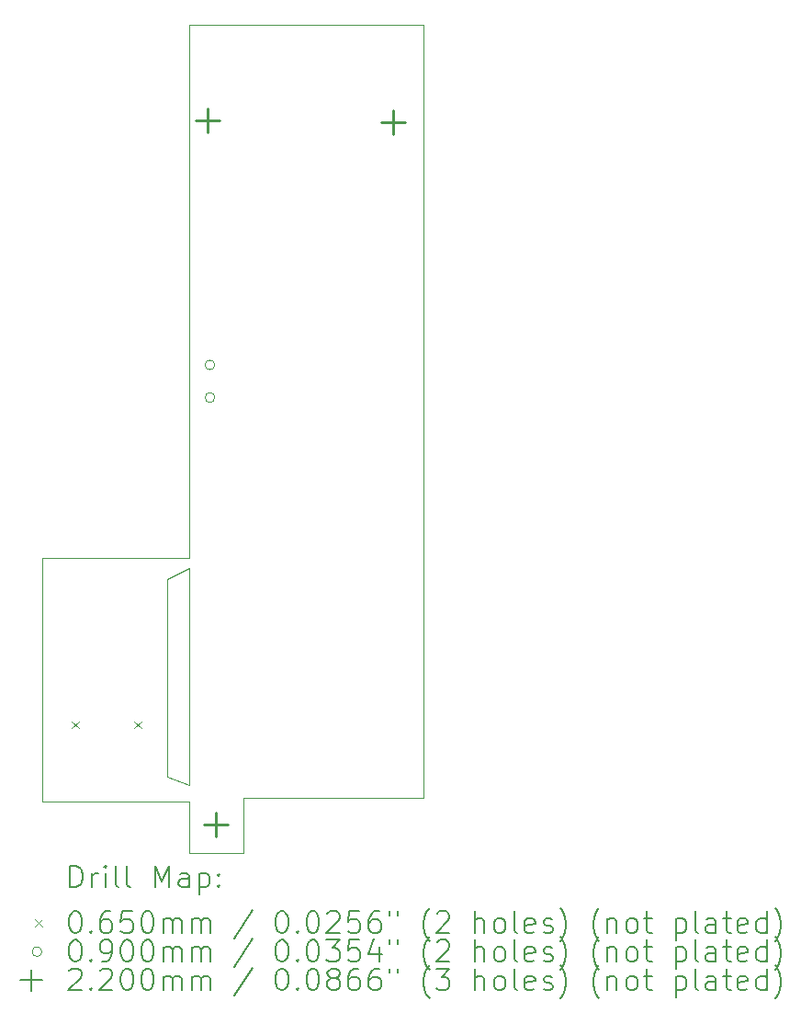
<source format=gbr>
%TF.GenerationSoftware,KiCad,Pcbnew,8.0.8*%
%TF.CreationDate,2025-05-28T20:16:58-04:00*%
%TF.ProjectId,Tiny4FSK,54696e79-3446-4534-9b2e-6b696361645f,rev?*%
%TF.SameCoordinates,Original*%
%TF.FileFunction,Drillmap*%
%TF.FilePolarity,Positive*%
%FSLAX45Y45*%
G04 Gerber Fmt 4.5, Leading zero omitted, Abs format (unit mm)*
G04 Created by KiCad (PCBNEW 8.0.8) date 2025-05-28 20:16:58*
%MOMM*%
%LPD*%
G01*
G04 APERTURE LIST*
%ADD10C,0.100000*%
%ADD11C,0.200000*%
%ADD12C,0.220000*%
G04 APERTURE END LIST*
D10*
X14025000Y-10695000D02*
X13825000Y-10620000D01*
X13825000Y-8800000D01*
X14025000Y-8700000D01*
X14025000Y-10695000D01*
X16185000Y-10810000D02*
X14525000Y-10810000D01*
X14525000Y-10920000D01*
X14525000Y-11320000D01*
X14030000Y-11320000D01*
X14030000Y-10845000D01*
X12675000Y-10845000D01*
X12675000Y-8601426D01*
X14030000Y-8601426D01*
X14030000Y-3690000D01*
X16185000Y-3690000D01*
X16185000Y-10810000D01*
D11*
D10*
X12946178Y-10108014D02*
X13011178Y-10173014D01*
X13011178Y-10108014D02*
X12946178Y-10173014D01*
X13524178Y-10108014D02*
X13589178Y-10173014D01*
X13589178Y-10108014D02*
X13524178Y-10173014D01*
X14263922Y-6825008D02*
G75*
G02*
X14173922Y-6825008I-45000J0D01*
G01*
X14173922Y-6825008D02*
G75*
G02*
X14263922Y-6825008I45000J0D01*
G01*
X14263922Y-7125008D02*
G75*
G02*
X14173922Y-7125008I-45000J0D01*
G01*
X14173922Y-7125008D02*
G75*
G02*
X14263922Y-7125008I45000J0D01*
G01*
D12*
X14200000Y-4465000D02*
X14200000Y-4685000D01*
X14090000Y-4575000D02*
X14310000Y-4575000D01*
X14274030Y-10947656D02*
X14274030Y-11167656D01*
X14164030Y-11057656D02*
X14384030Y-11057656D01*
X15911000Y-4483000D02*
X15911000Y-4703000D01*
X15801000Y-4593000D02*
X16021000Y-4593000D01*
D11*
X12930777Y-11636484D02*
X12930777Y-11436484D01*
X12930777Y-11436484D02*
X12978396Y-11436484D01*
X12978396Y-11436484D02*
X13006967Y-11446008D01*
X13006967Y-11446008D02*
X13026015Y-11465055D01*
X13026015Y-11465055D02*
X13035539Y-11484103D01*
X13035539Y-11484103D02*
X13045062Y-11522198D01*
X13045062Y-11522198D02*
X13045062Y-11550769D01*
X13045062Y-11550769D02*
X13035539Y-11588865D01*
X13035539Y-11588865D02*
X13026015Y-11607912D01*
X13026015Y-11607912D02*
X13006967Y-11626960D01*
X13006967Y-11626960D02*
X12978396Y-11636484D01*
X12978396Y-11636484D02*
X12930777Y-11636484D01*
X13130777Y-11636484D02*
X13130777Y-11503150D01*
X13130777Y-11541246D02*
X13140301Y-11522198D01*
X13140301Y-11522198D02*
X13149824Y-11512674D01*
X13149824Y-11512674D02*
X13168872Y-11503150D01*
X13168872Y-11503150D02*
X13187920Y-11503150D01*
X13254586Y-11636484D02*
X13254586Y-11503150D01*
X13254586Y-11436484D02*
X13245062Y-11446008D01*
X13245062Y-11446008D02*
X13254586Y-11455531D01*
X13254586Y-11455531D02*
X13264110Y-11446008D01*
X13264110Y-11446008D02*
X13254586Y-11436484D01*
X13254586Y-11436484D02*
X13254586Y-11455531D01*
X13378396Y-11636484D02*
X13359348Y-11626960D01*
X13359348Y-11626960D02*
X13349824Y-11607912D01*
X13349824Y-11607912D02*
X13349824Y-11436484D01*
X13483158Y-11636484D02*
X13464110Y-11626960D01*
X13464110Y-11626960D02*
X13454586Y-11607912D01*
X13454586Y-11607912D02*
X13454586Y-11436484D01*
X13711729Y-11636484D02*
X13711729Y-11436484D01*
X13711729Y-11436484D02*
X13778396Y-11579341D01*
X13778396Y-11579341D02*
X13845062Y-11436484D01*
X13845062Y-11436484D02*
X13845062Y-11636484D01*
X14026015Y-11636484D02*
X14026015Y-11531722D01*
X14026015Y-11531722D02*
X14016491Y-11512674D01*
X14016491Y-11512674D02*
X13997443Y-11503150D01*
X13997443Y-11503150D02*
X13959348Y-11503150D01*
X13959348Y-11503150D02*
X13940301Y-11512674D01*
X14026015Y-11626960D02*
X14006967Y-11636484D01*
X14006967Y-11636484D02*
X13959348Y-11636484D01*
X13959348Y-11636484D02*
X13940301Y-11626960D01*
X13940301Y-11626960D02*
X13930777Y-11607912D01*
X13930777Y-11607912D02*
X13930777Y-11588865D01*
X13930777Y-11588865D02*
X13940301Y-11569817D01*
X13940301Y-11569817D02*
X13959348Y-11560293D01*
X13959348Y-11560293D02*
X14006967Y-11560293D01*
X14006967Y-11560293D02*
X14026015Y-11550769D01*
X14121253Y-11503150D02*
X14121253Y-11703150D01*
X14121253Y-11512674D02*
X14140301Y-11503150D01*
X14140301Y-11503150D02*
X14178396Y-11503150D01*
X14178396Y-11503150D02*
X14197443Y-11512674D01*
X14197443Y-11512674D02*
X14206967Y-11522198D01*
X14206967Y-11522198D02*
X14216491Y-11541246D01*
X14216491Y-11541246D02*
X14216491Y-11598388D01*
X14216491Y-11598388D02*
X14206967Y-11617436D01*
X14206967Y-11617436D02*
X14197443Y-11626960D01*
X14197443Y-11626960D02*
X14178396Y-11636484D01*
X14178396Y-11636484D02*
X14140301Y-11636484D01*
X14140301Y-11636484D02*
X14121253Y-11626960D01*
X14302205Y-11617436D02*
X14311729Y-11626960D01*
X14311729Y-11626960D02*
X14302205Y-11636484D01*
X14302205Y-11636484D02*
X14292682Y-11626960D01*
X14292682Y-11626960D02*
X14302205Y-11617436D01*
X14302205Y-11617436D02*
X14302205Y-11636484D01*
X14302205Y-11512674D02*
X14311729Y-11522198D01*
X14311729Y-11522198D02*
X14302205Y-11531722D01*
X14302205Y-11531722D02*
X14292682Y-11522198D01*
X14292682Y-11522198D02*
X14302205Y-11512674D01*
X14302205Y-11512674D02*
X14302205Y-11531722D01*
D10*
X12605000Y-11932500D02*
X12670000Y-11997500D01*
X12670000Y-11932500D02*
X12605000Y-11997500D01*
D11*
X12968872Y-11856484D02*
X12987920Y-11856484D01*
X12987920Y-11856484D02*
X13006967Y-11866008D01*
X13006967Y-11866008D02*
X13016491Y-11875531D01*
X13016491Y-11875531D02*
X13026015Y-11894579D01*
X13026015Y-11894579D02*
X13035539Y-11932674D01*
X13035539Y-11932674D02*
X13035539Y-11980293D01*
X13035539Y-11980293D02*
X13026015Y-12018388D01*
X13026015Y-12018388D02*
X13016491Y-12037436D01*
X13016491Y-12037436D02*
X13006967Y-12046960D01*
X13006967Y-12046960D02*
X12987920Y-12056484D01*
X12987920Y-12056484D02*
X12968872Y-12056484D01*
X12968872Y-12056484D02*
X12949824Y-12046960D01*
X12949824Y-12046960D02*
X12940301Y-12037436D01*
X12940301Y-12037436D02*
X12930777Y-12018388D01*
X12930777Y-12018388D02*
X12921253Y-11980293D01*
X12921253Y-11980293D02*
X12921253Y-11932674D01*
X12921253Y-11932674D02*
X12930777Y-11894579D01*
X12930777Y-11894579D02*
X12940301Y-11875531D01*
X12940301Y-11875531D02*
X12949824Y-11866008D01*
X12949824Y-11866008D02*
X12968872Y-11856484D01*
X13121253Y-12037436D02*
X13130777Y-12046960D01*
X13130777Y-12046960D02*
X13121253Y-12056484D01*
X13121253Y-12056484D02*
X13111729Y-12046960D01*
X13111729Y-12046960D02*
X13121253Y-12037436D01*
X13121253Y-12037436D02*
X13121253Y-12056484D01*
X13302205Y-11856484D02*
X13264110Y-11856484D01*
X13264110Y-11856484D02*
X13245062Y-11866008D01*
X13245062Y-11866008D02*
X13235539Y-11875531D01*
X13235539Y-11875531D02*
X13216491Y-11904103D01*
X13216491Y-11904103D02*
X13206967Y-11942198D01*
X13206967Y-11942198D02*
X13206967Y-12018388D01*
X13206967Y-12018388D02*
X13216491Y-12037436D01*
X13216491Y-12037436D02*
X13226015Y-12046960D01*
X13226015Y-12046960D02*
X13245062Y-12056484D01*
X13245062Y-12056484D02*
X13283158Y-12056484D01*
X13283158Y-12056484D02*
X13302205Y-12046960D01*
X13302205Y-12046960D02*
X13311729Y-12037436D01*
X13311729Y-12037436D02*
X13321253Y-12018388D01*
X13321253Y-12018388D02*
X13321253Y-11970769D01*
X13321253Y-11970769D02*
X13311729Y-11951722D01*
X13311729Y-11951722D02*
X13302205Y-11942198D01*
X13302205Y-11942198D02*
X13283158Y-11932674D01*
X13283158Y-11932674D02*
X13245062Y-11932674D01*
X13245062Y-11932674D02*
X13226015Y-11942198D01*
X13226015Y-11942198D02*
X13216491Y-11951722D01*
X13216491Y-11951722D02*
X13206967Y-11970769D01*
X13502205Y-11856484D02*
X13406967Y-11856484D01*
X13406967Y-11856484D02*
X13397443Y-11951722D01*
X13397443Y-11951722D02*
X13406967Y-11942198D01*
X13406967Y-11942198D02*
X13426015Y-11932674D01*
X13426015Y-11932674D02*
X13473634Y-11932674D01*
X13473634Y-11932674D02*
X13492682Y-11942198D01*
X13492682Y-11942198D02*
X13502205Y-11951722D01*
X13502205Y-11951722D02*
X13511729Y-11970769D01*
X13511729Y-11970769D02*
X13511729Y-12018388D01*
X13511729Y-12018388D02*
X13502205Y-12037436D01*
X13502205Y-12037436D02*
X13492682Y-12046960D01*
X13492682Y-12046960D02*
X13473634Y-12056484D01*
X13473634Y-12056484D02*
X13426015Y-12056484D01*
X13426015Y-12056484D02*
X13406967Y-12046960D01*
X13406967Y-12046960D02*
X13397443Y-12037436D01*
X13635539Y-11856484D02*
X13654586Y-11856484D01*
X13654586Y-11856484D02*
X13673634Y-11866008D01*
X13673634Y-11866008D02*
X13683158Y-11875531D01*
X13683158Y-11875531D02*
X13692682Y-11894579D01*
X13692682Y-11894579D02*
X13702205Y-11932674D01*
X13702205Y-11932674D02*
X13702205Y-11980293D01*
X13702205Y-11980293D02*
X13692682Y-12018388D01*
X13692682Y-12018388D02*
X13683158Y-12037436D01*
X13683158Y-12037436D02*
X13673634Y-12046960D01*
X13673634Y-12046960D02*
X13654586Y-12056484D01*
X13654586Y-12056484D02*
X13635539Y-12056484D01*
X13635539Y-12056484D02*
X13616491Y-12046960D01*
X13616491Y-12046960D02*
X13606967Y-12037436D01*
X13606967Y-12037436D02*
X13597443Y-12018388D01*
X13597443Y-12018388D02*
X13587920Y-11980293D01*
X13587920Y-11980293D02*
X13587920Y-11932674D01*
X13587920Y-11932674D02*
X13597443Y-11894579D01*
X13597443Y-11894579D02*
X13606967Y-11875531D01*
X13606967Y-11875531D02*
X13616491Y-11866008D01*
X13616491Y-11866008D02*
X13635539Y-11856484D01*
X13787920Y-12056484D02*
X13787920Y-11923150D01*
X13787920Y-11942198D02*
X13797443Y-11932674D01*
X13797443Y-11932674D02*
X13816491Y-11923150D01*
X13816491Y-11923150D02*
X13845063Y-11923150D01*
X13845063Y-11923150D02*
X13864110Y-11932674D01*
X13864110Y-11932674D02*
X13873634Y-11951722D01*
X13873634Y-11951722D02*
X13873634Y-12056484D01*
X13873634Y-11951722D02*
X13883158Y-11932674D01*
X13883158Y-11932674D02*
X13902205Y-11923150D01*
X13902205Y-11923150D02*
X13930777Y-11923150D01*
X13930777Y-11923150D02*
X13949824Y-11932674D01*
X13949824Y-11932674D02*
X13959348Y-11951722D01*
X13959348Y-11951722D02*
X13959348Y-12056484D01*
X14054586Y-12056484D02*
X14054586Y-11923150D01*
X14054586Y-11942198D02*
X14064110Y-11932674D01*
X14064110Y-11932674D02*
X14083158Y-11923150D01*
X14083158Y-11923150D02*
X14111729Y-11923150D01*
X14111729Y-11923150D02*
X14130777Y-11932674D01*
X14130777Y-11932674D02*
X14140301Y-11951722D01*
X14140301Y-11951722D02*
X14140301Y-12056484D01*
X14140301Y-11951722D02*
X14149824Y-11932674D01*
X14149824Y-11932674D02*
X14168872Y-11923150D01*
X14168872Y-11923150D02*
X14197443Y-11923150D01*
X14197443Y-11923150D02*
X14216491Y-11932674D01*
X14216491Y-11932674D02*
X14226015Y-11951722D01*
X14226015Y-11951722D02*
X14226015Y-12056484D01*
X14616491Y-11846960D02*
X14445063Y-12104103D01*
X14873634Y-11856484D02*
X14892682Y-11856484D01*
X14892682Y-11856484D02*
X14911729Y-11866008D01*
X14911729Y-11866008D02*
X14921253Y-11875531D01*
X14921253Y-11875531D02*
X14930777Y-11894579D01*
X14930777Y-11894579D02*
X14940301Y-11932674D01*
X14940301Y-11932674D02*
X14940301Y-11980293D01*
X14940301Y-11980293D02*
X14930777Y-12018388D01*
X14930777Y-12018388D02*
X14921253Y-12037436D01*
X14921253Y-12037436D02*
X14911729Y-12046960D01*
X14911729Y-12046960D02*
X14892682Y-12056484D01*
X14892682Y-12056484D02*
X14873634Y-12056484D01*
X14873634Y-12056484D02*
X14854586Y-12046960D01*
X14854586Y-12046960D02*
X14845063Y-12037436D01*
X14845063Y-12037436D02*
X14835539Y-12018388D01*
X14835539Y-12018388D02*
X14826015Y-11980293D01*
X14826015Y-11980293D02*
X14826015Y-11932674D01*
X14826015Y-11932674D02*
X14835539Y-11894579D01*
X14835539Y-11894579D02*
X14845063Y-11875531D01*
X14845063Y-11875531D02*
X14854586Y-11866008D01*
X14854586Y-11866008D02*
X14873634Y-11856484D01*
X15026015Y-12037436D02*
X15035539Y-12046960D01*
X15035539Y-12046960D02*
X15026015Y-12056484D01*
X15026015Y-12056484D02*
X15016491Y-12046960D01*
X15016491Y-12046960D02*
X15026015Y-12037436D01*
X15026015Y-12037436D02*
X15026015Y-12056484D01*
X15159348Y-11856484D02*
X15178396Y-11856484D01*
X15178396Y-11856484D02*
X15197444Y-11866008D01*
X15197444Y-11866008D02*
X15206967Y-11875531D01*
X15206967Y-11875531D02*
X15216491Y-11894579D01*
X15216491Y-11894579D02*
X15226015Y-11932674D01*
X15226015Y-11932674D02*
X15226015Y-11980293D01*
X15226015Y-11980293D02*
X15216491Y-12018388D01*
X15216491Y-12018388D02*
X15206967Y-12037436D01*
X15206967Y-12037436D02*
X15197444Y-12046960D01*
X15197444Y-12046960D02*
X15178396Y-12056484D01*
X15178396Y-12056484D02*
X15159348Y-12056484D01*
X15159348Y-12056484D02*
X15140301Y-12046960D01*
X15140301Y-12046960D02*
X15130777Y-12037436D01*
X15130777Y-12037436D02*
X15121253Y-12018388D01*
X15121253Y-12018388D02*
X15111729Y-11980293D01*
X15111729Y-11980293D02*
X15111729Y-11932674D01*
X15111729Y-11932674D02*
X15121253Y-11894579D01*
X15121253Y-11894579D02*
X15130777Y-11875531D01*
X15130777Y-11875531D02*
X15140301Y-11866008D01*
X15140301Y-11866008D02*
X15159348Y-11856484D01*
X15302206Y-11875531D02*
X15311729Y-11866008D01*
X15311729Y-11866008D02*
X15330777Y-11856484D01*
X15330777Y-11856484D02*
X15378396Y-11856484D01*
X15378396Y-11856484D02*
X15397444Y-11866008D01*
X15397444Y-11866008D02*
X15406967Y-11875531D01*
X15406967Y-11875531D02*
X15416491Y-11894579D01*
X15416491Y-11894579D02*
X15416491Y-11913627D01*
X15416491Y-11913627D02*
X15406967Y-11942198D01*
X15406967Y-11942198D02*
X15292682Y-12056484D01*
X15292682Y-12056484D02*
X15416491Y-12056484D01*
X15597444Y-11856484D02*
X15502206Y-11856484D01*
X15502206Y-11856484D02*
X15492682Y-11951722D01*
X15492682Y-11951722D02*
X15502206Y-11942198D01*
X15502206Y-11942198D02*
X15521253Y-11932674D01*
X15521253Y-11932674D02*
X15568872Y-11932674D01*
X15568872Y-11932674D02*
X15587920Y-11942198D01*
X15587920Y-11942198D02*
X15597444Y-11951722D01*
X15597444Y-11951722D02*
X15606967Y-11970769D01*
X15606967Y-11970769D02*
X15606967Y-12018388D01*
X15606967Y-12018388D02*
X15597444Y-12037436D01*
X15597444Y-12037436D02*
X15587920Y-12046960D01*
X15587920Y-12046960D02*
X15568872Y-12056484D01*
X15568872Y-12056484D02*
X15521253Y-12056484D01*
X15521253Y-12056484D02*
X15502206Y-12046960D01*
X15502206Y-12046960D02*
X15492682Y-12037436D01*
X15778396Y-11856484D02*
X15740301Y-11856484D01*
X15740301Y-11856484D02*
X15721253Y-11866008D01*
X15721253Y-11866008D02*
X15711729Y-11875531D01*
X15711729Y-11875531D02*
X15692682Y-11904103D01*
X15692682Y-11904103D02*
X15683158Y-11942198D01*
X15683158Y-11942198D02*
X15683158Y-12018388D01*
X15683158Y-12018388D02*
X15692682Y-12037436D01*
X15692682Y-12037436D02*
X15702206Y-12046960D01*
X15702206Y-12046960D02*
X15721253Y-12056484D01*
X15721253Y-12056484D02*
X15759348Y-12056484D01*
X15759348Y-12056484D02*
X15778396Y-12046960D01*
X15778396Y-12046960D02*
X15787920Y-12037436D01*
X15787920Y-12037436D02*
X15797444Y-12018388D01*
X15797444Y-12018388D02*
X15797444Y-11970769D01*
X15797444Y-11970769D02*
X15787920Y-11951722D01*
X15787920Y-11951722D02*
X15778396Y-11942198D01*
X15778396Y-11942198D02*
X15759348Y-11932674D01*
X15759348Y-11932674D02*
X15721253Y-11932674D01*
X15721253Y-11932674D02*
X15702206Y-11942198D01*
X15702206Y-11942198D02*
X15692682Y-11951722D01*
X15692682Y-11951722D02*
X15683158Y-11970769D01*
X15873634Y-11856484D02*
X15873634Y-11894579D01*
X15949825Y-11856484D02*
X15949825Y-11894579D01*
X16245063Y-12132674D02*
X16235539Y-12123150D01*
X16235539Y-12123150D02*
X16216491Y-12094579D01*
X16216491Y-12094579D02*
X16206968Y-12075531D01*
X16206968Y-12075531D02*
X16197444Y-12046960D01*
X16197444Y-12046960D02*
X16187920Y-11999341D01*
X16187920Y-11999341D02*
X16187920Y-11961246D01*
X16187920Y-11961246D02*
X16197444Y-11913627D01*
X16197444Y-11913627D02*
X16206968Y-11885055D01*
X16206968Y-11885055D02*
X16216491Y-11866008D01*
X16216491Y-11866008D02*
X16235539Y-11837436D01*
X16235539Y-11837436D02*
X16245063Y-11827912D01*
X16311729Y-11875531D02*
X16321253Y-11866008D01*
X16321253Y-11866008D02*
X16340301Y-11856484D01*
X16340301Y-11856484D02*
X16387920Y-11856484D01*
X16387920Y-11856484D02*
X16406968Y-11866008D01*
X16406968Y-11866008D02*
X16416491Y-11875531D01*
X16416491Y-11875531D02*
X16426015Y-11894579D01*
X16426015Y-11894579D02*
X16426015Y-11913627D01*
X16426015Y-11913627D02*
X16416491Y-11942198D01*
X16416491Y-11942198D02*
X16302206Y-12056484D01*
X16302206Y-12056484D02*
X16426015Y-12056484D01*
X16664110Y-12056484D02*
X16664110Y-11856484D01*
X16749825Y-12056484D02*
X16749825Y-11951722D01*
X16749825Y-11951722D02*
X16740301Y-11932674D01*
X16740301Y-11932674D02*
X16721253Y-11923150D01*
X16721253Y-11923150D02*
X16692682Y-11923150D01*
X16692682Y-11923150D02*
X16673634Y-11932674D01*
X16673634Y-11932674D02*
X16664110Y-11942198D01*
X16873634Y-12056484D02*
X16854587Y-12046960D01*
X16854587Y-12046960D02*
X16845063Y-12037436D01*
X16845063Y-12037436D02*
X16835539Y-12018388D01*
X16835539Y-12018388D02*
X16835539Y-11961246D01*
X16835539Y-11961246D02*
X16845063Y-11942198D01*
X16845063Y-11942198D02*
X16854587Y-11932674D01*
X16854587Y-11932674D02*
X16873634Y-11923150D01*
X16873634Y-11923150D02*
X16902206Y-11923150D01*
X16902206Y-11923150D02*
X16921253Y-11932674D01*
X16921253Y-11932674D02*
X16930777Y-11942198D01*
X16930777Y-11942198D02*
X16940301Y-11961246D01*
X16940301Y-11961246D02*
X16940301Y-12018388D01*
X16940301Y-12018388D02*
X16930777Y-12037436D01*
X16930777Y-12037436D02*
X16921253Y-12046960D01*
X16921253Y-12046960D02*
X16902206Y-12056484D01*
X16902206Y-12056484D02*
X16873634Y-12056484D01*
X17054587Y-12056484D02*
X17035539Y-12046960D01*
X17035539Y-12046960D02*
X17026015Y-12027912D01*
X17026015Y-12027912D02*
X17026015Y-11856484D01*
X17206968Y-12046960D02*
X17187920Y-12056484D01*
X17187920Y-12056484D02*
X17149825Y-12056484D01*
X17149825Y-12056484D02*
X17130777Y-12046960D01*
X17130777Y-12046960D02*
X17121253Y-12027912D01*
X17121253Y-12027912D02*
X17121253Y-11951722D01*
X17121253Y-11951722D02*
X17130777Y-11932674D01*
X17130777Y-11932674D02*
X17149825Y-11923150D01*
X17149825Y-11923150D02*
X17187920Y-11923150D01*
X17187920Y-11923150D02*
X17206968Y-11932674D01*
X17206968Y-11932674D02*
X17216492Y-11951722D01*
X17216492Y-11951722D02*
X17216492Y-11970769D01*
X17216492Y-11970769D02*
X17121253Y-11989817D01*
X17292682Y-12046960D02*
X17311730Y-12056484D01*
X17311730Y-12056484D02*
X17349825Y-12056484D01*
X17349825Y-12056484D02*
X17368873Y-12046960D01*
X17368873Y-12046960D02*
X17378396Y-12027912D01*
X17378396Y-12027912D02*
X17378396Y-12018388D01*
X17378396Y-12018388D02*
X17368873Y-11999341D01*
X17368873Y-11999341D02*
X17349825Y-11989817D01*
X17349825Y-11989817D02*
X17321253Y-11989817D01*
X17321253Y-11989817D02*
X17302206Y-11980293D01*
X17302206Y-11980293D02*
X17292682Y-11961246D01*
X17292682Y-11961246D02*
X17292682Y-11951722D01*
X17292682Y-11951722D02*
X17302206Y-11932674D01*
X17302206Y-11932674D02*
X17321253Y-11923150D01*
X17321253Y-11923150D02*
X17349825Y-11923150D01*
X17349825Y-11923150D02*
X17368873Y-11932674D01*
X17445063Y-12132674D02*
X17454587Y-12123150D01*
X17454587Y-12123150D02*
X17473634Y-12094579D01*
X17473634Y-12094579D02*
X17483158Y-12075531D01*
X17483158Y-12075531D02*
X17492682Y-12046960D01*
X17492682Y-12046960D02*
X17502206Y-11999341D01*
X17502206Y-11999341D02*
X17502206Y-11961246D01*
X17502206Y-11961246D02*
X17492682Y-11913627D01*
X17492682Y-11913627D02*
X17483158Y-11885055D01*
X17483158Y-11885055D02*
X17473634Y-11866008D01*
X17473634Y-11866008D02*
X17454587Y-11837436D01*
X17454587Y-11837436D02*
X17445063Y-11827912D01*
X17806968Y-12132674D02*
X17797444Y-12123150D01*
X17797444Y-12123150D02*
X17778396Y-12094579D01*
X17778396Y-12094579D02*
X17768873Y-12075531D01*
X17768873Y-12075531D02*
X17759349Y-12046960D01*
X17759349Y-12046960D02*
X17749825Y-11999341D01*
X17749825Y-11999341D02*
X17749825Y-11961246D01*
X17749825Y-11961246D02*
X17759349Y-11913627D01*
X17759349Y-11913627D02*
X17768873Y-11885055D01*
X17768873Y-11885055D02*
X17778396Y-11866008D01*
X17778396Y-11866008D02*
X17797444Y-11837436D01*
X17797444Y-11837436D02*
X17806968Y-11827912D01*
X17883158Y-11923150D02*
X17883158Y-12056484D01*
X17883158Y-11942198D02*
X17892682Y-11932674D01*
X17892682Y-11932674D02*
X17911730Y-11923150D01*
X17911730Y-11923150D02*
X17940301Y-11923150D01*
X17940301Y-11923150D02*
X17959349Y-11932674D01*
X17959349Y-11932674D02*
X17968873Y-11951722D01*
X17968873Y-11951722D02*
X17968873Y-12056484D01*
X18092682Y-12056484D02*
X18073634Y-12046960D01*
X18073634Y-12046960D02*
X18064111Y-12037436D01*
X18064111Y-12037436D02*
X18054587Y-12018388D01*
X18054587Y-12018388D02*
X18054587Y-11961246D01*
X18054587Y-11961246D02*
X18064111Y-11942198D01*
X18064111Y-11942198D02*
X18073634Y-11932674D01*
X18073634Y-11932674D02*
X18092682Y-11923150D01*
X18092682Y-11923150D02*
X18121254Y-11923150D01*
X18121254Y-11923150D02*
X18140301Y-11932674D01*
X18140301Y-11932674D02*
X18149825Y-11942198D01*
X18149825Y-11942198D02*
X18159349Y-11961246D01*
X18159349Y-11961246D02*
X18159349Y-12018388D01*
X18159349Y-12018388D02*
X18149825Y-12037436D01*
X18149825Y-12037436D02*
X18140301Y-12046960D01*
X18140301Y-12046960D02*
X18121254Y-12056484D01*
X18121254Y-12056484D02*
X18092682Y-12056484D01*
X18216492Y-11923150D02*
X18292682Y-11923150D01*
X18245063Y-11856484D02*
X18245063Y-12027912D01*
X18245063Y-12027912D02*
X18254587Y-12046960D01*
X18254587Y-12046960D02*
X18273634Y-12056484D01*
X18273634Y-12056484D02*
X18292682Y-12056484D01*
X18511730Y-11923150D02*
X18511730Y-12123150D01*
X18511730Y-11932674D02*
X18530777Y-11923150D01*
X18530777Y-11923150D02*
X18568873Y-11923150D01*
X18568873Y-11923150D02*
X18587920Y-11932674D01*
X18587920Y-11932674D02*
X18597444Y-11942198D01*
X18597444Y-11942198D02*
X18606968Y-11961246D01*
X18606968Y-11961246D02*
X18606968Y-12018388D01*
X18606968Y-12018388D02*
X18597444Y-12037436D01*
X18597444Y-12037436D02*
X18587920Y-12046960D01*
X18587920Y-12046960D02*
X18568873Y-12056484D01*
X18568873Y-12056484D02*
X18530777Y-12056484D01*
X18530777Y-12056484D02*
X18511730Y-12046960D01*
X18721254Y-12056484D02*
X18702206Y-12046960D01*
X18702206Y-12046960D02*
X18692682Y-12027912D01*
X18692682Y-12027912D02*
X18692682Y-11856484D01*
X18883158Y-12056484D02*
X18883158Y-11951722D01*
X18883158Y-11951722D02*
X18873635Y-11932674D01*
X18873635Y-11932674D02*
X18854587Y-11923150D01*
X18854587Y-11923150D02*
X18816492Y-11923150D01*
X18816492Y-11923150D02*
X18797444Y-11932674D01*
X18883158Y-12046960D02*
X18864111Y-12056484D01*
X18864111Y-12056484D02*
X18816492Y-12056484D01*
X18816492Y-12056484D02*
X18797444Y-12046960D01*
X18797444Y-12046960D02*
X18787920Y-12027912D01*
X18787920Y-12027912D02*
X18787920Y-12008865D01*
X18787920Y-12008865D02*
X18797444Y-11989817D01*
X18797444Y-11989817D02*
X18816492Y-11980293D01*
X18816492Y-11980293D02*
X18864111Y-11980293D01*
X18864111Y-11980293D02*
X18883158Y-11970769D01*
X18949825Y-11923150D02*
X19026015Y-11923150D01*
X18978396Y-11856484D02*
X18978396Y-12027912D01*
X18978396Y-12027912D02*
X18987920Y-12046960D01*
X18987920Y-12046960D02*
X19006968Y-12056484D01*
X19006968Y-12056484D02*
X19026015Y-12056484D01*
X19168873Y-12046960D02*
X19149825Y-12056484D01*
X19149825Y-12056484D02*
X19111730Y-12056484D01*
X19111730Y-12056484D02*
X19092682Y-12046960D01*
X19092682Y-12046960D02*
X19083158Y-12027912D01*
X19083158Y-12027912D02*
X19083158Y-11951722D01*
X19083158Y-11951722D02*
X19092682Y-11932674D01*
X19092682Y-11932674D02*
X19111730Y-11923150D01*
X19111730Y-11923150D02*
X19149825Y-11923150D01*
X19149825Y-11923150D02*
X19168873Y-11932674D01*
X19168873Y-11932674D02*
X19178396Y-11951722D01*
X19178396Y-11951722D02*
X19178396Y-11970769D01*
X19178396Y-11970769D02*
X19083158Y-11989817D01*
X19349825Y-12056484D02*
X19349825Y-11856484D01*
X19349825Y-12046960D02*
X19330777Y-12056484D01*
X19330777Y-12056484D02*
X19292682Y-12056484D01*
X19292682Y-12056484D02*
X19273635Y-12046960D01*
X19273635Y-12046960D02*
X19264111Y-12037436D01*
X19264111Y-12037436D02*
X19254587Y-12018388D01*
X19254587Y-12018388D02*
X19254587Y-11961246D01*
X19254587Y-11961246D02*
X19264111Y-11942198D01*
X19264111Y-11942198D02*
X19273635Y-11932674D01*
X19273635Y-11932674D02*
X19292682Y-11923150D01*
X19292682Y-11923150D02*
X19330777Y-11923150D01*
X19330777Y-11923150D02*
X19349825Y-11932674D01*
X19426016Y-12132674D02*
X19435539Y-12123150D01*
X19435539Y-12123150D02*
X19454587Y-12094579D01*
X19454587Y-12094579D02*
X19464111Y-12075531D01*
X19464111Y-12075531D02*
X19473635Y-12046960D01*
X19473635Y-12046960D02*
X19483158Y-11999341D01*
X19483158Y-11999341D02*
X19483158Y-11961246D01*
X19483158Y-11961246D02*
X19473635Y-11913627D01*
X19473635Y-11913627D02*
X19464111Y-11885055D01*
X19464111Y-11885055D02*
X19454587Y-11866008D01*
X19454587Y-11866008D02*
X19435539Y-11837436D01*
X19435539Y-11837436D02*
X19426016Y-11827912D01*
D10*
X12670000Y-12229000D02*
G75*
G02*
X12580000Y-12229000I-45000J0D01*
G01*
X12580000Y-12229000D02*
G75*
G02*
X12670000Y-12229000I45000J0D01*
G01*
D11*
X12968872Y-12120484D02*
X12987920Y-12120484D01*
X12987920Y-12120484D02*
X13006967Y-12130008D01*
X13006967Y-12130008D02*
X13016491Y-12139531D01*
X13016491Y-12139531D02*
X13026015Y-12158579D01*
X13026015Y-12158579D02*
X13035539Y-12196674D01*
X13035539Y-12196674D02*
X13035539Y-12244293D01*
X13035539Y-12244293D02*
X13026015Y-12282388D01*
X13026015Y-12282388D02*
X13016491Y-12301436D01*
X13016491Y-12301436D02*
X13006967Y-12310960D01*
X13006967Y-12310960D02*
X12987920Y-12320484D01*
X12987920Y-12320484D02*
X12968872Y-12320484D01*
X12968872Y-12320484D02*
X12949824Y-12310960D01*
X12949824Y-12310960D02*
X12940301Y-12301436D01*
X12940301Y-12301436D02*
X12930777Y-12282388D01*
X12930777Y-12282388D02*
X12921253Y-12244293D01*
X12921253Y-12244293D02*
X12921253Y-12196674D01*
X12921253Y-12196674D02*
X12930777Y-12158579D01*
X12930777Y-12158579D02*
X12940301Y-12139531D01*
X12940301Y-12139531D02*
X12949824Y-12130008D01*
X12949824Y-12130008D02*
X12968872Y-12120484D01*
X13121253Y-12301436D02*
X13130777Y-12310960D01*
X13130777Y-12310960D02*
X13121253Y-12320484D01*
X13121253Y-12320484D02*
X13111729Y-12310960D01*
X13111729Y-12310960D02*
X13121253Y-12301436D01*
X13121253Y-12301436D02*
X13121253Y-12320484D01*
X13226015Y-12320484D02*
X13264110Y-12320484D01*
X13264110Y-12320484D02*
X13283158Y-12310960D01*
X13283158Y-12310960D02*
X13292682Y-12301436D01*
X13292682Y-12301436D02*
X13311729Y-12272865D01*
X13311729Y-12272865D02*
X13321253Y-12234769D01*
X13321253Y-12234769D02*
X13321253Y-12158579D01*
X13321253Y-12158579D02*
X13311729Y-12139531D01*
X13311729Y-12139531D02*
X13302205Y-12130008D01*
X13302205Y-12130008D02*
X13283158Y-12120484D01*
X13283158Y-12120484D02*
X13245062Y-12120484D01*
X13245062Y-12120484D02*
X13226015Y-12130008D01*
X13226015Y-12130008D02*
X13216491Y-12139531D01*
X13216491Y-12139531D02*
X13206967Y-12158579D01*
X13206967Y-12158579D02*
X13206967Y-12206198D01*
X13206967Y-12206198D02*
X13216491Y-12225246D01*
X13216491Y-12225246D02*
X13226015Y-12234769D01*
X13226015Y-12234769D02*
X13245062Y-12244293D01*
X13245062Y-12244293D02*
X13283158Y-12244293D01*
X13283158Y-12244293D02*
X13302205Y-12234769D01*
X13302205Y-12234769D02*
X13311729Y-12225246D01*
X13311729Y-12225246D02*
X13321253Y-12206198D01*
X13445062Y-12120484D02*
X13464110Y-12120484D01*
X13464110Y-12120484D02*
X13483158Y-12130008D01*
X13483158Y-12130008D02*
X13492682Y-12139531D01*
X13492682Y-12139531D02*
X13502205Y-12158579D01*
X13502205Y-12158579D02*
X13511729Y-12196674D01*
X13511729Y-12196674D02*
X13511729Y-12244293D01*
X13511729Y-12244293D02*
X13502205Y-12282388D01*
X13502205Y-12282388D02*
X13492682Y-12301436D01*
X13492682Y-12301436D02*
X13483158Y-12310960D01*
X13483158Y-12310960D02*
X13464110Y-12320484D01*
X13464110Y-12320484D02*
X13445062Y-12320484D01*
X13445062Y-12320484D02*
X13426015Y-12310960D01*
X13426015Y-12310960D02*
X13416491Y-12301436D01*
X13416491Y-12301436D02*
X13406967Y-12282388D01*
X13406967Y-12282388D02*
X13397443Y-12244293D01*
X13397443Y-12244293D02*
X13397443Y-12196674D01*
X13397443Y-12196674D02*
X13406967Y-12158579D01*
X13406967Y-12158579D02*
X13416491Y-12139531D01*
X13416491Y-12139531D02*
X13426015Y-12130008D01*
X13426015Y-12130008D02*
X13445062Y-12120484D01*
X13635539Y-12120484D02*
X13654586Y-12120484D01*
X13654586Y-12120484D02*
X13673634Y-12130008D01*
X13673634Y-12130008D02*
X13683158Y-12139531D01*
X13683158Y-12139531D02*
X13692682Y-12158579D01*
X13692682Y-12158579D02*
X13702205Y-12196674D01*
X13702205Y-12196674D02*
X13702205Y-12244293D01*
X13702205Y-12244293D02*
X13692682Y-12282388D01*
X13692682Y-12282388D02*
X13683158Y-12301436D01*
X13683158Y-12301436D02*
X13673634Y-12310960D01*
X13673634Y-12310960D02*
X13654586Y-12320484D01*
X13654586Y-12320484D02*
X13635539Y-12320484D01*
X13635539Y-12320484D02*
X13616491Y-12310960D01*
X13616491Y-12310960D02*
X13606967Y-12301436D01*
X13606967Y-12301436D02*
X13597443Y-12282388D01*
X13597443Y-12282388D02*
X13587920Y-12244293D01*
X13587920Y-12244293D02*
X13587920Y-12196674D01*
X13587920Y-12196674D02*
X13597443Y-12158579D01*
X13597443Y-12158579D02*
X13606967Y-12139531D01*
X13606967Y-12139531D02*
X13616491Y-12130008D01*
X13616491Y-12130008D02*
X13635539Y-12120484D01*
X13787920Y-12320484D02*
X13787920Y-12187150D01*
X13787920Y-12206198D02*
X13797443Y-12196674D01*
X13797443Y-12196674D02*
X13816491Y-12187150D01*
X13816491Y-12187150D02*
X13845063Y-12187150D01*
X13845063Y-12187150D02*
X13864110Y-12196674D01*
X13864110Y-12196674D02*
X13873634Y-12215722D01*
X13873634Y-12215722D02*
X13873634Y-12320484D01*
X13873634Y-12215722D02*
X13883158Y-12196674D01*
X13883158Y-12196674D02*
X13902205Y-12187150D01*
X13902205Y-12187150D02*
X13930777Y-12187150D01*
X13930777Y-12187150D02*
X13949824Y-12196674D01*
X13949824Y-12196674D02*
X13959348Y-12215722D01*
X13959348Y-12215722D02*
X13959348Y-12320484D01*
X14054586Y-12320484D02*
X14054586Y-12187150D01*
X14054586Y-12206198D02*
X14064110Y-12196674D01*
X14064110Y-12196674D02*
X14083158Y-12187150D01*
X14083158Y-12187150D02*
X14111729Y-12187150D01*
X14111729Y-12187150D02*
X14130777Y-12196674D01*
X14130777Y-12196674D02*
X14140301Y-12215722D01*
X14140301Y-12215722D02*
X14140301Y-12320484D01*
X14140301Y-12215722D02*
X14149824Y-12196674D01*
X14149824Y-12196674D02*
X14168872Y-12187150D01*
X14168872Y-12187150D02*
X14197443Y-12187150D01*
X14197443Y-12187150D02*
X14216491Y-12196674D01*
X14216491Y-12196674D02*
X14226015Y-12215722D01*
X14226015Y-12215722D02*
X14226015Y-12320484D01*
X14616491Y-12110960D02*
X14445063Y-12368103D01*
X14873634Y-12120484D02*
X14892682Y-12120484D01*
X14892682Y-12120484D02*
X14911729Y-12130008D01*
X14911729Y-12130008D02*
X14921253Y-12139531D01*
X14921253Y-12139531D02*
X14930777Y-12158579D01*
X14930777Y-12158579D02*
X14940301Y-12196674D01*
X14940301Y-12196674D02*
X14940301Y-12244293D01*
X14940301Y-12244293D02*
X14930777Y-12282388D01*
X14930777Y-12282388D02*
X14921253Y-12301436D01*
X14921253Y-12301436D02*
X14911729Y-12310960D01*
X14911729Y-12310960D02*
X14892682Y-12320484D01*
X14892682Y-12320484D02*
X14873634Y-12320484D01*
X14873634Y-12320484D02*
X14854586Y-12310960D01*
X14854586Y-12310960D02*
X14845063Y-12301436D01*
X14845063Y-12301436D02*
X14835539Y-12282388D01*
X14835539Y-12282388D02*
X14826015Y-12244293D01*
X14826015Y-12244293D02*
X14826015Y-12196674D01*
X14826015Y-12196674D02*
X14835539Y-12158579D01*
X14835539Y-12158579D02*
X14845063Y-12139531D01*
X14845063Y-12139531D02*
X14854586Y-12130008D01*
X14854586Y-12130008D02*
X14873634Y-12120484D01*
X15026015Y-12301436D02*
X15035539Y-12310960D01*
X15035539Y-12310960D02*
X15026015Y-12320484D01*
X15026015Y-12320484D02*
X15016491Y-12310960D01*
X15016491Y-12310960D02*
X15026015Y-12301436D01*
X15026015Y-12301436D02*
X15026015Y-12320484D01*
X15159348Y-12120484D02*
X15178396Y-12120484D01*
X15178396Y-12120484D02*
X15197444Y-12130008D01*
X15197444Y-12130008D02*
X15206967Y-12139531D01*
X15206967Y-12139531D02*
X15216491Y-12158579D01*
X15216491Y-12158579D02*
X15226015Y-12196674D01*
X15226015Y-12196674D02*
X15226015Y-12244293D01*
X15226015Y-12244293D02*
X15216491Y-12282388D01*
X15216491Y-12282388D02*
X15206967Y-12301436D01*
X15206967Y-12301436D02*
X15197444Y-12310960D01*
X15197444Y-12310960D02*
X15178396Y-12320484D01*
X15178396Y-12320484D02*
X15159348Y-12320484D01*
X15159348Y-12320484D02*
X15140301Y-12310960D01*
X15140301Y-12310960D02*
X15130777Y-12301436D01*
X15130777Y-12301436D02*
X15121253Y-12282388D01*
X15121253Y-12282388D02*
X15111729Y-12244293D01*
X15111729Y-12244293D02*
X15111729Y-12196674D01*
X15111729Y-12196674D02*
X15121253Y-12158579D01*
X15121253Y-12158579D02*
X15130777Y-12139531D01*
X15130777Y-12139531D02*
X15140301Y-12130008D01*
X15140301Y-12130008D02*
X15159348Y-12120484D01*
X15292682Y-12120484D02*
X15416491Y-12120484D01*
X15416491Y-12120484D02*
X15349825Y-12196674D01*
X15349825Y-12196674D02*
X15378396Y-12196674D01*
X15378396Y-12196674D02*
X15397444Y-12206198D01*
X15397444Y-12206198D02*
X15406967Y-12215722D01*
X15406967Y-12215722D02*
X15416491Y-12234769D01*
X15416491Y-12234769D02*
X15416491Y-12282388D01*
X15416491Y-12282388D02*
X15406967Y-12301436D01*
X15406967Y-12301436D02*
X15397444Y-12310960D01*
X15397444Y-12310960D02*
X15378396Y-12320484D01*
X15378396Y-12320484D02*
X15321253Y-12320484D01*
X15321253Y-12320484D02*
X15302206Y-12310960D01*
X15302206Y-12310960D02*
X15292682Y-12301436D01*
X15597444Y-12120484D02*
X15502206Y-12120484D01*
X15502206Y-12120484D02*
X15492682Y-12215722D01*
X15492682Y-12215722D02*
X15502206Y-12206198D01*
X15502206Y-12206198D02*
X15521253Y-12196674D01*
X15521253Y-12196674D02*
X15568872Y-12196674D01*
X15568872Y-12196674D02*
X15587920Y-12206198D01*
X15587920Y-12206198D02*
X15597444Y-12215722D01*
X15597444Y-12215722D02*
X15606967Y-12234769D01*
X15606967Y-12234769D02*
X15606967Y-12282388D01*
X15606967Y-12282388D02*
X15597444Y-12301436D01*
X15597444Y-12301436D02*
X15587920Y-12310960D01*
X15587920Y-12310960D02*
X15568872Y-12320484D01*
X15568872Y-12320484D02*
X15521253Y-12320484D01*
X15521253Y-12320484D02*
X15502206Y-12310960D01*
X15502206Y-12310960D02*
X15492682Y-12301436D01*
X15778396Y-12187150D02*
X15778396Y-12320484D01*
X15730777Y-12110960D02*
X15683158Y-12253817D01*
X15683158Y-12253817D02*
X15806967Y-12253817D01*
X15873634Y-12120484D02*
X15873634Y-12158579D01*
X15949825Y-12120484D02*
X15949825Y-12158579D01*
X16245063Y-12396674D02*
X16235539Y-12387150D01*
X16235539Y-12387150D02*
X16216491Y-12358579D01*
X16216491Y-12358579D02*
X16206968Y-12339531D01*
X16206968Y-12339531D02*
X16197444Y-12310960D01*
X16197444Y-12310960D02*
X16187920Y-12263341D01*
X16187920Y-12263341D02*
X16187920Y-12225246D01*
X16187920Y-12225246D02*
X16197444Y-12177627D01*
X16197444Y-12177627D02*
X16206968Y-12149055D01*
X16206968Y-12149055D02*
X16216491Y-12130008D01*
X16216491Y-12130008D02*
X16235539Y-12101436D01*
X16235539Y-12101436D02*
X16245063Y-12091912D01*
X16311729Y-12139531D02*
X16321253Y-12130008D01*
X16321253Y-12130008D02*
X16340301Y-12120484D01*
X16340301Y-12120484D02*
X16387920Y-12120484D01*
X16387920Y-12120484D02*
X16406968Y-12130008D01*
X16406968Y-12130008D02*
X16416491Y-12139531D01*
X16416491Y-12139531D02*
X16426015Y-12158579D01*
X16426015Y-12158579D02*
X16426015Y-12177627D01*
X16426015Y-12177627D02*
X16416491Y-12206198D01*
X16416491Y-12206198D02*
X16302206Y-12320484D01*
X16302206Y-12320484D02*
X16426015Y-12320484D01*
X16664110Y-12320484D02*
X16664110Y-12120484D01*
X16749825Y-12320484D02*
X16749825Y-12215722D01*
X16749825Y-12215722D02*
X16740301Y-12196674D01*
X16740301Y-12196674D02*
X16721253Y-12187150D01*
X16721253Y-12187150D02*
X16692682Y-12187150D01*
X16692682Y-12187150D02*
X16673634Y-12196674D01*
X16673634Y-12196674D02*
X16664110Y-12206198D01*
X16873634Y-12320484D02*
X16854587Y-12310960D01*
X16854587Y-12310960D02*
X16845063Y-12301436D01*
X16845063Y-12301436D02*
X16835539Y-12282388D01*
X16835539Y-12282388D02*
X16835539Y-12225246D01*
X16835539Y-12225246D02*
X16845063Y-12206198D01*
X16845063Y-12206198D02*
X16854587Y-12196674D01*
X16854587Y-12196674D02*
X16873634Y-12187150D01*
X16873634Y-12187150D02*
X16902206Y-12187150D01*
X16902206Y-12187150D02*
X16921253Y-12196674D01*
X16921253Y-12196674D02*
X16930777Y-12206198D01*
X16930777Y-12206198D02*
X16940301Y-12225246D01*
X16940301Y-12225246D02*
X16940301Y-12282388D01*
X16940301Y-12282388D02*
X16930777Y-12301436D01*
X16930777Y-12301436D02*
X16921253Y-12310960D01*
X16921253Y-12310960D02*
X16902206Y-12320484D01*
X16902206Y-12320484D02*
X16873634Y-12320484D01*
X17054587Y-12320484D02*
X17035539Y-12310960D01*
X17035539Y-12310960D02*
X17026015Y-12291912D01*
X17026015Y-12291912D02*
X17026015Y-12120484D01*
X17206968Y-12310960D02*
X17187920Y-12320484D01*
X17187920Y-12320484D02*
X17149825Y-12320484D01*
X17149825Y-12320484D02*
X17130777Y-12310960D01*
X17130777Y-12310960D02*
X17121253Y-12291912D01*
X17121253Y-12291912D02*
X17121253Y-12215722D01*
X17121253Y-12215722D02*
X17130777Y-12196674D01*
X17130777Y-12196674D02*
X17149825Y-12187150D01*
X17149825Y-12187150D02*
X17187920Y-12187150D01*
X17187920Y-12187150D02*
X17206968Y-12196674D01*
X17206968Y-12196674D02*
X17216492Y-12215722D01*
X17216492Y-12215722D02*
X17216492Y-12234769D01*
X17216492Y-12234769D02*
X17121253Y-12253817D01*
X17292682Y-12310960D02*
X17311730Y-12320484D01*
X17311730Y-12320484D02*
X17349825Y-12320484D01*
X17349825Y-12320484D02*
X17368873Y-12310960D01*
X17368873Y-12310960D02*
X17378396Y-12291912D01*
X17378396Y-12291912D02*
X17378396Y-12282388D01*
X17378396Y-12282388D02*
X17368873Y-12263341D01*
X17368873Y-12263341D02*
X17349825Y-12253817D01*
X17349825Y-12253817D02*
X17321253Y-12253817D01*
X17321253Y-12253817D02*
X17302206Y-12244293D01*
X17302206Y-12244293D02*
X17292682Y-12225246D01*
X17292682Y-12225246D02*
X17292682Y-12215722D01*
X17292682Y-12215722D02*
X17302206Y-12196674D01*
X17302206Y-12196674D02*
X17321253Y-12187150D01*
X17321253Y-12187150D02*
X17349825Y-12187150D01*
X17349825Y-12187150D02*
X17368873Y-12196674D01*
X17445063Y-12396674D02*
X17454587Y-12387150D01*
X17454587Y-12387150D02*
X17473634Y-12358579D01*
X17473634Y-12358579D02*
X17483158Y-12339531D01*
X17483158Y-12339531D02*
X17492682Y-12310960D01*
X17492682Y-12310960D02*
X17502206Y-12263341D01*
X17502206Y-12263341D02*
X17502206Y-12225246D01*
X17502206Y-12225246D02*
X17492682Y-12177627D01*
X17492682Y-12177627D02*
X17483158Y-12149055D01*
X17483158Y-12149055D02*
X17473634Y-12130008D01*
X17473634Y-12130008D02*
X17454587Y-12101436D01*
X17454587Y-12101436D02*
X17445063Y-12091912D01*
X17806968Y-12396674D02*
X17797444Y-12387150D01*
X17797444Y-12387150D02*
X17778396Y-12358579D01*
X17778396Y-12358579D02*
X17768873Y-12339531D01*
X17768873Y-12339531D02*
X17759349Y-12310960D01*
X17759349Y-12310960D02*
X17749825Y-12263341D01*
X17749825Y-12263341D02*
X17749825Y-12225246D01*
X17749825Y-12225246D02*
X17759349Y-12177627D01*
X17759349Y-12177627D02*
X17768873Y-12149055D01*
X17768873Y-12149055D02*
X17778396Y-12130008D01*
X17778396Y-12130008D02*
X17797444Y-12101436D01*
X17797444Y-12101436D02*
X17806968Y-12091912D01*
X17883158Y-12187150D02*
X17883158Y-12320484D01*
X17883158Y-12206198D02*
X17892682Y-12196674D01*
X17892682Y-12196674D02*
X17911730Y-12187150D01*
X17911730Y-12187150D02*
X17940301Y-12187150D01*
X17940301Y-12187150D02*
X17959349Y-12196674D01*
X17959349Y-12196674D02*
X17968873Y-12215722D01*
X17968873Y-12215722D02*
X17968873Y-12320484D01*
X18092682Y-12320484D02*
X18073634Y-12310960D01*
X18073634Y-12310960D02*
X18064111Y-12301436D01*
X18064111Y-12301436D02*
X18054587Y-12282388D01*
X18054587Y-12282388D02*
X18054587Y-12225246D01*
X18054587Y-12225246D02*
X18064111Y-12206198D01*
X18064111Y-12206198D02*
X18073634Y-12196674D01*
X18073634Y-12196674D02*
X18092682Y-12187150D01*
X18092682Y-12187150D02*
X18121254Y-12187150D01*
X18121254Y-12187150D02*
X18140301Y-12196674D01*
X18140301Y-12196674D02*
X18149825Y-12206198D01*
X18149825Y-12206198D02*
X18159349Y-12225246D01*
X18159349Y-12225246D02*
X18159349Y-12282388D01*
X18159349Y-12282388D02*
X18149825Y-12301436D01*
X18149825Y-12301436D02*
X18140301Y-12310960D01*
X18140301Y-12310960D02*
X18121254Y-12320484D01*
X18121254Y-12320484D02*
X18092682Y-12320484D01*
X18216492Y-12187150D02*
X18292682Y-12187150D01*
X18245063Y-12120484D02*
X18245063Y-12291912D01*
X18245063Y-12291912D02*
X18254587Y-12310960D01*
X18254587Y-12310960D02*
X18273634Y-12320484D01*
X18273634Y-12320484D02*
X18292682Y-12320484D01*
X18511730Y-12187150D02*
X18511730Y-12387150D01*
X18511730Y-12196674D02*
X18530777Y-12187150D01*
X18530777Y-12187150D02*
X18568873Y-12187150D01*
X18568873Y-12187150D02*
X18587920Y-12196674D01*
X18587920Y-12196674D02*
X18597444Y-12206198D01*
X18597444Y-12206198D02*
X18606968Y-12225246D01*
X18606968Y-12225246D02*
X18606968Y-12282388D01*
X18606968Y-12282388D02*
X18597444Y-12301436D01*
X18597444Y-12301436D02*
X18587920Y-12310960D01*
X18587920Y-12310960D02*
X18568873Y-12320484D01*
X18568873Y-12320484D02*
X18530777Y-12320484D01*
X18530777Y-12320484D02*
X18511730Y-12310960D01*
X18721254Y-12320484D02*
X18702206Y-12310960D01*
X18702206Y-12310960D02*
X18692682Y-12291912D01*
X18692682Y-12291912D02*
X18692682Y-12120484D01*
X18883158Y-12320484D02*
X18883158Y-12215722D01*
X18883158Y-12215722D02*
X18873635Y-12196674D01*
X18873635Y-12196674D02*
X18854587Y-12187150D01*
X18854587Y-12187150D02*
X18816492Y-12187150D01*
X18816492Y-12187150D02*
X18797444Y-12196674D01*
X18883158Y-12310960D02*
X18864111Y-12320484D01*
X18864111Y-12320484D02*
X18816492Y-12320484D01*
X18816492Y-12320484D02*
X18797444Y-12310960D01*
X18797444Y-12310960D02*
X18787920Y-12291912D01*
X18787920Y-12291912D02*
X18787920Y-12272865D01*
X18787920Y-12272865D02*
X18797444Y-12253817D01*
X18797444Y-12253817D02*
X18816492Y-12244293D01*
X18816492Y-12244293D02*
X18864111Y-12244293D01*
X18864111Y-12244293D02*
X18883158Y-12234769D01*
X18949825Y-12187150D02*
X19026015Y-12187150D01*
X18978396Y-12120484D02*
X18978396Y-12291912D01*
X18978396Y-12291912D02*
X18987920Y-12310960D01*
X18987920Y-12310960D02*
X19006968Y-12320484D01*
X19006968Y-12320484D02*
X19026015Y-12320484D01*
X19168873Y-12310960D02*
X19149825Y-12320484D01*
X19149825Y-12320484D02*
X19111730Y-12320484D01*
X19111730Y-12320484D02*
X19092682Y-12310960D01*
X19092682Y-12310960D02*
X19083158Y-12291912D01*
X19083158Y-12291912D02*
X19083158Y-12215722D01*
X19083158Y-12215722D02*
X19092682Y-12196674D01*
X19092682Y-12196674D02*
X19111730Y-12187150D01*
X19111730Y-12187150D02*
X19149825Y-12187150D01*
X19149825Y-12187150D02*
X19168873Y-12196674D01*
X19168873Y-12196674D02*
X19178396Y-12215722D01*
X19178396Y-12215722D02*
X19178396Y-12234769D01*
X19178396Y-12234769D02*
X19083158Y-12253817D01*
X19349825Y-12320484D02*
X19349825Y-12120484D01*
X19349825Y-12310960D02*
X19330777Y-12320484D01*
X19330777Y-12320484D02*
X19292682Y-12320484D01*
X19292682Y-12320484D02*
X19273635Y-12310960D01*
X19273635Y-12310960D02*
X19264111Y-12301436D01*
X19264111Y-12301436D02*
X19254587Y-12282388D01*
X19254587Y-12282388D02*
X19254587Y-12225246D01*
X19254587Y-12225246D02*
X19264111Y-12206198D01*
X19264111Y-12206198D02*
X19273635Y-12196674D01*
X19273635Y-12196674D02*
X19292682Y-12187150D01*
X19292682Y-12187150D02*
X19330777Y-12187150D01*
X19330777Y-12187150D02*
X19349825Y-12196674D01*
X19426016Y-12396674D02*
X19435539Y-12387150D01*
X19435539Y-12387150D02*
X19454587Y-12358579D01*
X19454587Y-12358579D02*
X19464111Y-12339531D01*
X19464111Y-12339531D02*
X19473635Y-12310960D01*
X19473635Y-12310960D02*
X19483158Y-12263341D01*
X19483158Y-12263341D02*
X19483158Y-12225246D01*
X19483158Y-12225246D02*
X19473635Y-12177627D01*
X19473635Y-12177627D02*
X19464111Y-12149055D01*
X19464111Y-12149055D02*
X19454587Y-12130008D01*
X19454587Y-12130008D02*
X19435539Y-12101436D01*
X19435539Y-12101436D02*
X19426016Y-12091912D01*
X12570000Y-12393000D02*
X12570000Y-12593000D01*
X12470000Y-12493000D02*
X12670000Y-12493000D01*
X12921253Y-12403531D02*
X12930777Y-12394008D01*
X12930777Y-12394008D02*
X12949824Y-12384484D01*
X12949824Y-12384484D02*
X12997443Y-12384484D01*
X12997443Y-12384484D02*
X13016491Y-12394008D01*
X13016491Y-12394008D02*
X13026015Y-12403531D01*
X13026015Y-12403531D02*
X13035539Y-12422579D01*
X13035539Y-12422579D02*
X13035539Y-12441627D01*
X13035539Y-12441627D02*
X13026015Y-12470198D01*
X13026015Y-12470198D02*
X12911729Y-12584484D01*
X12911729Y-12584484D02*
X13035539Y-12584484D01*
X13121253Y-12565436D02*
X13130777Y-12574960D01*
X13130777Y-12574960D02*
X13121253Y-12584484D01*
X13121253Y-12584484D02*
X13111729Y-12574960D01*
X13111729Y-12574960D02*
X13121253Y-12565436D01*
X13121253Y-12565436D02*
X13121253Y-12584484D01*
X13206967Y-12403531D02*
X13216491Y-12394008D01*
X13216491Y-12394008D02*
X13235539Y-12384484D01*
X13235539Y-12384484D02*
X13283158Y-12384484D01*
X13283158Y-12384484D02*
X13302205Y-12394008D01*
X13302205Y-12394008D02*
X13311729Y-12403531D01*
X13311729Y-12403531D02*
X13321253Y-12422579D01*
X13321253Y-12422579D02*
X13321253Y-12441627D01*
X13321253Y-12441627D02*
X13311729Y-12470198D01*
X13311729Y-12470198D02*
X13197443Y-12584484D01*
X13197443Y-12584484D02*
X13321253Y-12584484D01*
X13445062Y-12384484D02*
X13464110Y-12384484D01*
X13464110Y-12384484D02*
X13483158Y-12394008D01*
X13483158Y-12394008D02*
X13492682Y-12403531D01*
X13492682Y-12403531D02*
X13502205Y-12422579D01*
X13502205Y-12422579D02*
X13511729Y-12460674D01*
X13511729Y-12460674D02*
X13511729Y-12508293D01*
X13511729Y-12508293D02*
X13502205Y-12546388D01*
X13502205Y-12546388D02*
X13492682Y-12565436D01*
X13492682Y-12565436D02*
X13483158Y-12574960D01*
X13483158Y-12574960D02*
X13464110Y-12584484D01*
X13464110Y-12584484D02*
X13445062Y-12584484D01*
X13445062Y-12584484D02*
X13426015Y-12574960D01*
X13426015Y-12574960D02*
X13416491Y-12565436D01*
X13416491Y-12565436D02*
X13406967Y-12546388D01*
X13406967Y-12546388D02*
X13397443Y-12508293D01*
X13397443Y-12508293D02*
X13397443Y-12460674D01*
X13397443Y-12460674D02*
X13406967Y-12422579D01*
X13406967Y-12422579D02*
X13416491Y-12403531D01*
X13416491Y-12403531D02*
X13426015Y-12394008D01*
X13426015Y-12394008D02*
X13445062Y-12384484D01*
X13635539Y-12384484D02*
X13654586Y-12384484D01*
X13654586Y-12384484D02*
X13673634Y-12394008D01*
X13673634Y-12394008D02*
X13683158Y-12403531D01*
X13683158Y-12403531D02*
X13692682Y-12422579D01*
X13692682Y-12422579D02*
X13702205Y-12460674D01*
X13702205Y-12460674D02*
X13702205Y-12508293D01*
X13702205Y-12508293D02*
X13692682Y-12546388D01*
X13692682Y-12546388D02*
X13683158Y-12565436D01*
X13683158Y-12565436D02*
X13673634Y-12574960D01*
X13673634Y-12574960D02*
X13654586Y-12584484D01*
X13654586Y-12584484D02*
X13635539Y-12584484D01*
X13635539Y-12584484D02*
X13616491Y-12574960D01*
X13616491Y-12574960D02*
X13606967Y-12565436D01*
X13606967Y-12565436D02*
X13597443Y-12546388D01*
X13597443Y-12546388D02*
X13587920Y-12508293D01*
X13587920Y-12508293D02*
X13587920Y-12460674D01*
X13587920Y-12460674D02*
X13597443Y-12422579D01*
X13597443Y-12422579D02*
X13606967Y-12403531D01*
X13606967Y-12403531D02*
X13616491Y-12394008D01*
X13616491Y-12394008D02*
X13635539Y-12384484D01*
X13787920Y-12584484D02*
X13787920Y-12451150D01*
X13787920Y-12470198D02*
X13797443Y-12460674D01*
X13797443Y-12460674D02*
X13816491Y-12451150D01*
X13816491Y-12451150D02*
X13845063Y-12451150D01*
X13845063Y-12451150D02*
X13864110Y-12460674D01*
X13864110Y-12460674D02*
X13873634Y-12479722D01*
X13873634Y-12479722D02*
X13873634Y-12584484D01*
X13873634Y-12479722D02*
X13883158Y-12460674D01*
X13883158Y-12460674D02*
X13902205Y-12451150D01*
X13902205Y-12451150D02*
X13930777Y-12451150D01*
X13930777Y-12451150D02*
X13949824Y-12460674D01*
X13949824Y-12460674D02*
X13959348Y-12479722D01*
X13959348Y-12479722D02*
X13959348Y-12584484D01*
X14054586Y-12584484D02*
X14054586Y-12451150D01*
X14054586Y-12470198D02*
X14064110Y-12460674D01*
X14064110Y-12460674D02*
X14083158Y-12451150D01*
X14083158Y-12451150D02*
X14111729Y-12451150D01*
X14111729Y-12451150D02*
X14130777Y-12460674D01*
X14130777Y-12460674D02*
X14140301Y-12479722D01*
X14140301Y-12479722D02*
X14140301Y-12584484D01*
X14140301Y-12479722D02*
X14149824Y-12460674D01*
X14149824Y-12460674D02*
X14168872Y-12451150D01*
X14168872Y-12451150D02*
X14197443Y-12451150D01*
X14197443Y-12451150D02*
X14216491Y-12460674D01*
X14216491Y-12460674D02*
X14226015Y-12479722D01*
X14226015Y-12479722D02*
X14226015Y-12584484D01*
X14616491Y-12374960D02*
X14445063Y-12632103D01*
X14873634Y-12384484D02*
X14892682Y-12384484D01*
X14892682Y-12384484D02*
X14911729Y-12394008D01*
X14911729Y-12394008D02*
X14921253Y-12403531D01*
X14921253Y-12403531D02*
X14930777Y-12422579D01*
X14930777Y-12422579D02*
X14940301Y-12460674D01*
X14940301Y-12460674D02*
X14940301Y-12508293D01*
X14940301Y-12508293D02*
X14930777Y-12546388D01*
X14930777Y-12546388D02*
X14921253Y-12565436D01*
X14921253Y-12565436D02*
X14911729Y-12574960D01*
X14911729Y-12574960D02*
X14892682Y-12584484D01*
X14892682Y-12584484D02*
X14873634Y-12584484D01*
X14873634Y-12584484D02*
X14854586Y-12574960D01*
X14854586Y-12574960D02*
X14845063Y-12565436D01*
X14845063Y-12565436D02*
X14835539Y-12546388D01*
X14835539Y-12546388D02*
X14826015Y-12508293D01*
X14826015Y-12508293D02*
X14826015Y-12460674D01*
X14826015Y-12460674D02*
X14835539Y-12422579D01*
X14835539Y-12422579D02*
X14845063Y-12403531D01*
X14845063Y-12403531D02*
X14854586Y-12394008D01*
X14854586Y-12394008D02*
X14873634Y-12384484D01*
X15026015Y-12565436D02*
X15035539Y-12574960D01*
X15035539Y-12574960D02*
X15026015Y-12584484D01*
X15026015Y-12584484D02*
X15016491Y-12574960D01*
X15016491Y-12574960D02*
X15026015Y-12565436D01*
X15026015Y-12565436D02*
X15026015Y-12584484D01*
X15159348Y-12384484D02*
X15178396Y-12384484D01*
X15178396Y-12384484D02*
X15197444Y-12394008D01*
X15197444Y-12394008D02*
X15206967Y-12403531D01*
X15206967Y-12403531D02*
X15216491Y-12422579D01*
X15216491Y-12422579D02*
X15226015Y-12460674D01*
X15226015Y-12460674D02*
X15226015Y-12508293D01*
X15226015Y-12508293D02*
X15216491Y-12546388D01*
X15216491Y-12546388D02*
X15206967Y-12565436D01*
X15206967Y-12565436D02*
X15197444Y-12574960D01*
X15197444Y-12574960D02*
X15178396Y-12584484D01*
X15178396Y-12584484D02*
X15159348Y-12584484D01*
X15159348Y-12584484D02*
X15140301Y-12574960D01*
X15140301Y-12574960D02*
X15130777Y-12565436D01*
X15130777Y-12565436D02*
X15121253Y-12546388D01*
X15121253Y-12546388D02*
X15111729Y-12508293D01*
X15111729Y-12508293D02*
X15111729Y-12460674D01*
X15111729Y-12460674D02*
X15121253Y-12422579D01*
X15121253Y-12422579D02*
X15130777Y-12403531D01*
X15130777Y-12403531D02*
X15140301Y-12394008D01*
X15140301Y-12394008D02*
X15159348Y-12384484D01*
X15340301Y-12470198D02*
X15321253Y-12460674D01*
X15321253Y-12460674D02*
X15311729Y-12451150D01*
X15311729Y-12451150D02*
X15302206Y-12432103D01*
X15302206Y-12432103D02*
X15302206Y-12422579D01*
X15302206Y-12422579D02*
X15311729Y-12403531D01*
X15311729Y-12403531D02*
X15321253Y-12394008D01*
X15321253Y-12394008D02*
X15340301Y-12384484D01*
X15340301Y-12384484D02*
X15378396Y-12384484D01*
X15378396Y-12384484D02*
X15397444Y-12394008D01*
X15397444Y-12394008D02*
X15406967Y-12403531D01*
X15406967Y-12403531D02*
X15416491Y-12422579D01*
X15416491Y-12422579D02*
X15416491Y-12432103D01*
X15416491Y-12432103D02*
X15406967Y-12451150D01*
X15406967Y-12451150D02*
X15397444Y-12460674D01*
X15397444Y-12460674D02*
X15378396Y-12470198D01*
X15378396Y-12470198D02*
X15340301Y-12470198D01*
X15340301Y-12470198D02*
X15321253Y-12479722D01*
X15321253Y-12479722D02*
X15311729Y-12489246D01*
X15311729Y-12489246D02*
X15302206Y-12508293D01*
X15302206Y-12508293D02*
X15302206Y-12546388D01*
X15302206Y-12546388D02*
X15311729Y-12565436D01*
X15311729Y-12565436D02*
X15321253Y-12574960D01*
X15321253Y-12574960D02*
X15340301Y-12584484D01*
X15340301Y-12584484D02*
X15378396Y-12584484D01*
X15378396Y-12584484D02*
X15397444Y-12574960D01*
X15397444Y-12574960D02*
X15406967Y-12565436D01*
X15406967Y-12565436D02*
X15416491Y-12546388D01*
X15416491Y-12546388D02*
X15416491Y-12508293D01*
X15416491Y-12508293D02*
X15406967Y-12489246D01*
X15406967Y-12489246D02*
X15397444Y-12479722D01*
X15397444Y-12479722D02*
X15378396Y-12470198D01*
X15587920Y-12384484D02*
X15549825Y-12384484D01*
X15549825Y-12384484D02*
X15530777Y-12394008D01*
X15530777Y-12394008D02*
X15521253Y-12403531D01*
X15521253Y-12403531D02*
X15502206Y-12432103D01*
X15502206Y-12432103D02*
X15492682Y-12470198D01*
X15492682Y-12470198D02*
X15492682Y-12546388D01*
X15492682Y-12546388D02*
X15502206Y-12565436D01*
X15502206Y-12565436D02*
X15511729Y-12574960D01*
X15511729Y-12574960D02*
X15530777Y-12584484D01*
X15530777Y-12584484D02*
X15568872Y-12584484D01*
X15568872Y-12584484D02*
X15587920Y-12574960D01*
X15587920Y-12574960D02*
X15597444Y-12565436D01*
X15597444Y-12565436D02*
X15606967Y-12546388D01*
X15606967Y-12546388D02*
X15606967Y-12498769D01*
X15606967Y-12498769D02*
X15597444Y-12479722D01*
X15597444Y-12479722D02*
X15587920Y-12470198D01*
X15587920Y-12470198D02*
X15568872Y-12460674D01*
X15568872Y-12460674D02*
X15530777Y-12460674D01*
X15530777Y-12460674D02*
X15511729Y-12470198D01*
X15511729Y-12470198D02*
X15502206Y-12479722D01*
X15502206Y-12479722D02*
X15492682Y-12498769D01*
X15778396Y-12384484D02*
X15740301Y-12384484D01*
X15740301Y-12384484D02*
X15721253Y-12394008D01*
X15721253Y-12394008D02*
X15711729Y-12403531D01*
X15711729Y-12403531D02*
X15692682Y-12432103D01*
X15692682Y-12432103D02*
X15683158Y-12470198D01*
X15683158Y-12470198D02*
X15683158Y-12546388D01*
X15683158Y-12546388D02*
X15692682Y-12565436D01*
X15692682Y-12565436D02*
X15702206Y-12574960D01*
X15702206Y-12574960D02*
X15721253Y-12584484D01*
X15721253Y-12584484D02*
X15759348Y-12584484D01*
X15759348Y-12584484D02*
X15778396Y-12574960D01*
X15778396Y-12574960D02*
X15787920Y-12565436D01*
X15787920Y-12565436D02*
X15797444Y-12546388D01*
X15797444Y-12546388D02*
X15797444Y-12498769D01*
X15797444Y-12498769D02*
X15787920Y-12479722D01*
X15787920Y-12479722D02*
X15778396Y-12470198D01*
X15778396Y-12470198D02*
X15759348Y-12460674D01*
X15759348Y-12460674D02*
X15721253Y-12460674D01*
X15721253Y-12460674D02*
X15702206Y-12470198D01*
X15702206Y-12470198D02*
X15692682Y-12479722D01*
X15692682Y-12479722D02*
X15683158Y-12498769D01*
X15873634Y-12384484D02*
X15873634Y-12422579D01*
X15949825Y-12384484D02*
X15949825Y-12422579D01*
X16245063Y-12660674D02*
X16235539Y-12651150D01*
X16235539Y-12651150D02*
X16216491Y-12622579D01*
X16216491Y-12622579D02*
X16206968Y-12603531D01*
X16206968Y-12603531D02*
X16197444Y-12574960D01*
X16197444Y-12574960D02*
X16187920Y-12527341D01*
X16187920Y-12527341D02*
X16187920Y-12489246D01*
X16187920Y-12489246D02*
X16197444Y-12441627D01*
X16197444Y-12441627D02*
X16206968Y-12413055D01*
X16206968Y-12413055D02*
X16216491Y-12394008D01*
X16216491Y-12394008D02*
X16235539Y-12365436D01*
X16235539Y-12365436D02*
X16245063Y-12355912D01*
X16302206Y-12384484D02*
X16426015Y-12384484D01*
X16426015Y-12384484D02*
X16359348Y-12460674D01*
X16359348Y-12460674D02*
X16387920Y-12460674D01*
X16387920Y-12460674D02*
X16406968Y-12470198D01*
X16406968Y-12470198D02*
X16416491Y-12479722D01*
X16416491Y-12479722D02*
X16426015Y-12498769D01*
X16426015Y-12498769D02*
X16426015Y-12546388D01*
X16426015Y-12546388D02*
X16416491Y-12565436D01*
X16416491Y-12565436D02*
X16406968Y-12574960D01*
X16406968Y-12574960D02*
X16387920Y-12584484D01*
X16387920Y-12584484D02*
X16330777Y-12584484D01*
X16330777Y-12584484D02*
X16311729Y-12574960D01*
X16311729Y-12574960D02*
X16302206Y-12565436D01*
X16664110Y-12584484D02*
X16664110Y-12384484D01*
X16749825Y-12584484D02*
X16749825Y-12479722D01*
X16749825Y-12479722D02*
X16740301Y-12460674D01*
X16740301Y-12460674D02*
X16721253Y-12451150D01*
X16721253Y-12451150D02*
X16692682Y-12451150D01*
X16692682Y-12451150D02*
X16673634Y-12460674D01*
X16673634Y-12460674D02*
X16664110Y-12470198D01*
X16873634Y-12584484D02*
X16854587Y-12574960D01*
X16854587Y-12574960D02*
X16845063Y-12565436D01*
X16845063Y-12565436D02*
X16835539Y-12546388D01*
X16835539Y-12546388D02*
X16835539Y-12489246D01*
X16835539Y-12489246D02*
X16845063Y-12470198D01*
X16845063Y-12470198D02*
X16854587Y-12460674D01*
X16854587Y-12460674D02*
X16873634Y-12451150D01*
X16873634Y-12451150D02*
X16902206Y-12451150D01*
X16902206Y-12451150D02*
X16921253Y-12460674D01*
X16921253Y-12460674D02*
X16930777Y-12470198D01*
X16930777Y-12470198D02*
X16940301Y-12489246D01*
X16940301Y-12489246D02*
X16940301Y-12546388D01*
X16940301Y-12546388D02*
X16930777Y-12565436D01*
X16930777Y-12565436D02*
X16921253Y-12574960D01*
X16921253Y-12574960D02*
X16902206Y-12584484D01*
X16902206Y-12584484D02*
X16873634Y-12584484D01*
X17054587Y-12584484D02*
X17035539Y-12574960D01*
X17035539Y-12574960D02*
X17026015Y-12555912D01*
X17026015Y-12555912D02*
X17026015Y-12384484D01*
X17206968Y-12574960D02*
X17187920Y-12584484D01*
X17187920Y-12584484D02*
X17149825Y-12584484D01*
X17149825Y-12584484D02*
X17130777Y-12574960D01*
X17130777Y-12574960D02*
X17121253Y-12555912D01*
X17121253Y-12555912D02*
X17121253Y-12479722D01*
X17121253Y-12479722D02*
X17130777Y-12460674D01*
X17130777Y-12460674D02*
X17149825Y-12451150D01*
X17149825Y-12451150D02*
X17187920Y-12451150D01*
X17187920Y-12451150D02*
X17206968Y-12460674D01*
X17206968Y-12460674D02*
X17216492Y-12479722D01*
X17216492Y-12479722D02*
X17216492Y-12498769D01*
X17216492Y-12498769D02*
X17121253Y-12517817D01*
X17292682Y-12574960D02*
X17311730Y-12584484D01*
X17311730Y-12584484D02*
X17349825Y-12584484D01*
X17349825Y-12584484D02*
X17368873Y-12574960D01*
X17368873Y-12574960D02*
X17378396Y-12555912D01*
X17378396Y-12555912D02*
X17378396Y-12546388D01*
X17378396Y-12546388D02*
X17368873Y-12527341D01*
X17368873Y-12527341D02*
X17349825Y-12517817D01*
X17349825Y-12517817D02*
X17321253Y-12517817D01*
X17321253Y-12517817D02*
X17302206Y-12508293D01*
X17302206Y-12508293D02*
X17292682Y-12489246D01*
X17292682Y-12489246D02*
X17292682Y-12479722D01*
X17292682Y-12479722D02*
X17302206Y-12460674D01*
X17302206Y-12460674D02*
X17321253Y-12451150D01*
X17321253Y-12451150D02*
X17349825Y-12451150D01*
X17349825Y-12451150D02*
X17368873Y-12460674D01*
X17445063Y-12660674D02*
X17454587Y-12651150D01*
X17454587Y-12651150D02*
X17473634Y-12622579D01*
X17473634Y-12622579D02*
X17483158Y-12603531D01*
X17483158Y-12603531D02*
X17492682Y-12574960D01*
X17492682Y-12574960D02*
X17502206Y-12527341D01*
X17502206Y-12527341D02*
X17502206Y-12489246D01*
X17502206Y-12489246D02*
X17492682Y-12441627D01*
X17492682Y-12441627D02*
X17483158Y-12413055D01*
X17483158Y-12413055D02*
X17473634Y-12394008D01*
X17473634Y-12394008D02*
X17454587Y-12365436D01*
X17454587Y-12365436D02*
X17445063Y-12355912D01*
X17806968Y-12660674D02*
X17797444Y-12651150D01*
X17797444Y-12651150D02*
X17778396Y-12622579D01*
X17778396Y-12622579D02*
X17768873Y-12603531D01*
X17768873Y-12603531D02*
X17759349Y-12574960D01*
X17759349Y-12574960D02*
X17749825Y-12527341D01*
X17749825Y-12527341D02*
X17749825Y-12489246D01*
X17749825Y-12489246D02*
X17759349Y-12441627D01*
X17759349Y-12441627D02*
X17768873Y-12413055D01*
X17768873Y-12413055D02*
X17778396Y-12394008D01*
X17778396Y-12394008D02*
X17797444Y-12365436D01*
X17797444Y-12365436D02*
X17806968Y-12355912D01*
X17883158Y-12451150D02*
X17883158Y-12584484D01*
X17883158Y-12470198D02*
X17892682Y-12460674D01*
X17892682Y-12460674D02*
X17911730Y-12451150D01*
X17911730Y-12451150D02*
X17940301Y-12451150D01*
X17940301Y-12451150D02*
X17959349Y-12460674D01*
X17959349Y-12460674D02*
X17968873Y-12479722D01*
X17968873Y-12479722D02*
X17968873Y-12584484D01*
X18092682Y-12584484D02*
X18073634Y-12574960D01*
X18073634Y-12574960D02*
X18064111Y-12565436D01*
X18064111Y-12565436D02*
X18054587Y-12546388D01*
X18054587Y-12546388D02*
X18054587Y-12489246D01*
X18054587Y-12489246D02*
X18064111Y-12470198D01*
X18064111Y-12470198D02*
X18073634Y-12460674D01*
X18073634Y-12460674D02*
X18092682Y-12451150D01*
X18092682Y-12451150D02*
X18121254Y-12451150D01*
X18121254Y-12451150D02*
X18140301Y-12460674D01*
X18140301Y-12460674D02*
X18149825Y-12470198D01*
X18149825Y-12470198D02*
X18159349Y-12489246D01*
X18159349Y-12489246D02*
X18159349Y-12546388D01*
X18159349Y-12546388D02*
X18149825Y-12565436D01*
X18149825Y-12565436D02*
X18140301Y-12574960D01*
X18140301Y-12574960D02*
X18121254Y-12584484D01*
X18121254Y-12584484D02*
X18092682Y-12584484D01*
X18216492Y-12451150D02*
X18292682Y-12451150D01*
X18245063Y-12384484D02*
X18245063Y-12555912D01*
X18245063Y-12555912D02*
X18254587Y-12574960D01*
X18254587Y-12574960D02*
X18273634Y-12584484D01*
X18273634Y-12584484D02*
X18292682Y-12584484D01*
X18511730Y-12451150D02*
X18511730Y-12651150D01*
X18511730Y-12460674D02*
X18530777Y-12451150D01*
X18530777Y-12451150D02*
X18568873Y-12451150D01*
X18568873Y-12451150D02*
X18587920Y-12460674D01*
X18587920Y-12460674D02*
X18597444Y-12470198D01*
X18597444Y-12470198D02*
X18606968Y-12489246D01*
X18606968Y-12489246D02*
X18606968Y-12546388D01*
X18606968Y-12546388D02*
X18597444Y-12565436D01*
X18597444Y-12565436D02*
X18587920Y-12574960D01*
X18587920Y-12574960D02*
X18568873Y-12584484D01*
X18568873Y-12584484D02*
X18530777Y-12584484D01*
X18530777Y-12584484D02*
X18511730Y-12574960D01*
X18721254Y-12584484D02*
X18702206Y-12574960D01*
X18702206Y-12574960D02*
X18692682Y-12555912D01*
X18692682Y-12555912D02*
X18692682Y-12384484D01*
X18883158Y-12584484D02*
X18883158Y-12479722D01*
X18883158Y-12479722D02*
X18873635Y-12460674D01*
X18873635Y-12460674D02*
X18854587Y-12451150D01*
X18854587Y-12451150D02*
X18816492Y-12451150D01*
X18816492Y-12451150D02*
X18797444Y-12460674D01*
X18883158Y-12574960D02*
X18864111Y-12584484D01*
X18864111Y-12584484D02*
X18816492Y-12584484D01*
X18816492Y-12584484D02*
X18797444Y-12574960D01*
X18797444Y-12574960D02*
X18787920Y-12555912D01*
X18787920Y-12555912D02*
X18787920Y-12536865D01*
X18787920Y-12536865D02*
X18797444Y-12517817D01*
X18797444Y-12517817D02*
X18816492Y-12508293D01*
X18816492Y-12508293D02*
X18864111Y-12508293D01*
X18864111Y-12508293D02*
X18883158Y-12498769D01*
X18949825Y-12451150D02*
X19026015Y-12451150D01*
X18978396Y-12384484D02*
X18978396Y-12555912D01*
X18978396Y-12555912D02*
X18987920Y-12574960D01*
X18987920Y-12574960D02*
X19006968Y-12584484D01*
X19006968Y-12584484D02*
X19026015Y-12584484D01*
X19168873Y-12574960D02*
X19149825Y-12584484D01*
X19149825Y-12584484D02*
X19111730Y-12584484D01*
X19111730Y-12584484D02*
X19092682Y-12574960D01*
X19092682Y-12574960D02*
X19083158Y-12555912D01*
X19083158Y-12555912D02*
X19083158Y-12479722D01*
X19083158Y-12479722D02*
X19092682Y-12460674D01*
X19092682Y-12460674D02*
X19111730Y-12451150D01*
X19111730Y-12451150D02*
X19149825Y-12451150D01*
X19149825Y-12451150D02*
X19168873Y-12460674D01*
X19168873Y-12460674D02*
X19178396Y-12479722D01*
X19178396Y-12479722D02*
X19178396Y-12498769D01*
X19178396Y-12498769D02*
X19083158Y-12517817D01*
X19349825Y-12584484D02*
X19349825Y-12384484D01*
X19349825Y-12574960D02*
X19330777Y-12584484D01*
X19330777Y-12584484D02*
X19292682Y-12584484D01*
X19292682Y-12584484D02*
X19273635Y-12574960D01*
X19273635Y-12574960D02*
X19264111Y-12565436D01*
X19264111Y-12565436D02*
X19254587Y-12546388D01*
X19254587Y-12546388D02*
X19254587Y-12489246D01*
X19254587Y-12489246D02*
X19264111Y-12470198D01*
X19264111Y-12470198D02*
X19273635Y-12460674D01*
X19273635Y-12460674D02*
X19292682Y-12451150D01*
X19292682Y-12451150D02*
X19330777Y-12451150D01*
X19330777Y-12451150D02*
X19349825Y-12460674D01*
X19426016Y-12660674D02*
X19435539Y-12651150D01*
X19435539Y-12651150D02*
X19454587Y-12622579D01*
X19454587Y-12622579D02*
X19464111Y-12603531D01*
X19464111Y-12603531D02*
X19473635Y-12574960D01*
X19473635Y-12574960D02*
X19483158Y-12527341D01*
X19483158Y-12527341D02*
X19483158Y-12489246D01*
X19483158Y-12489246D02*
X19473635Y-12441627D01*
X19473635Y-12441627D02*
X19464111Y-12413055D01*
X19464111Y-12413055D02*
X19454587Y-12394008D01*
X19454587Y-12394008D02*
X19435539Y-12365436D01*
X19435539Y-12365436D02*
X19426016Y-12355912D01*
M02*

</source>
